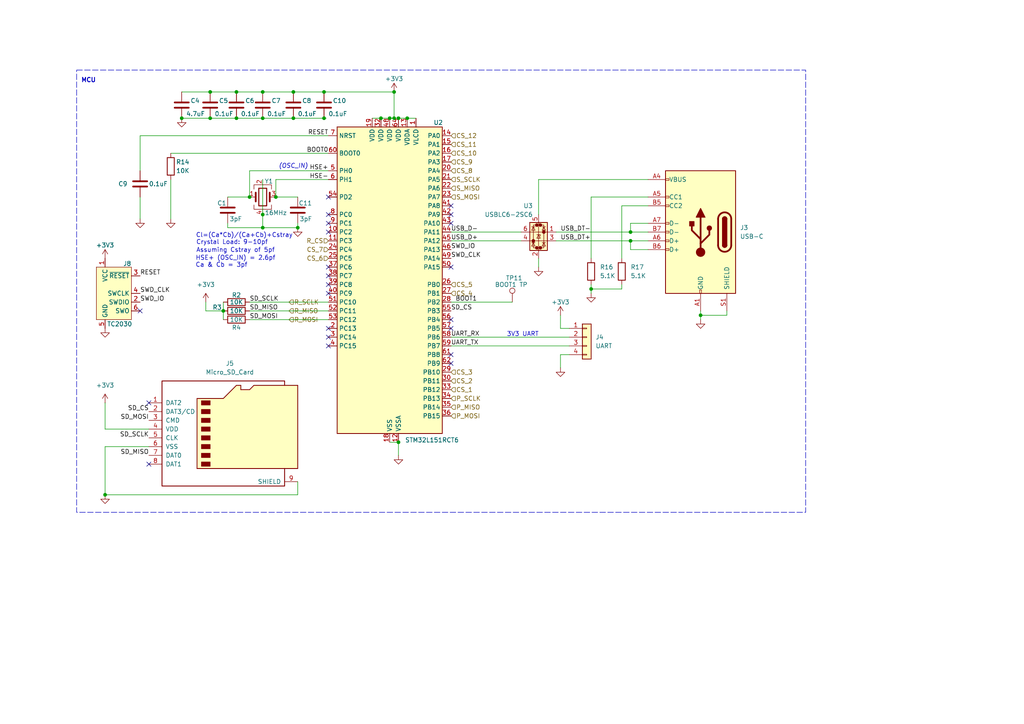
<source format=kicad_sch>
(kicad_sch (version 20231120) (generator "eeschema") (generator_version "8.0")
  (paper "A4")
  (title_block (title "Node") (date "2024-02-29") (rev "Rev 0") (company "Husky Satellite Lab"))
  (lib_symbols
    (symbol "+3V3_1" (power) (pin_numbers hide) (pin_names (offset 0) hide)
      (property "Value" "+3V3" (at 0 3.556 0))
      (symbol "+3V3_1_0_1"
        (polyline (pts (xy -0.762 1.27) (xy 0 2.54)))
        (polyline (pts (xy 0 0) (xy 0 2.54)))
        (polyline (pts (xy 0 2.54) (xy 0.762 1.27)))
      )
      (symbol "+3V3_1_1_1"
        (pin power_in line (at 0 0 90) (length 0) (name "~") (number "1"))
      )
    )
    (symbol "+3V3_2" (power) (pin_numbers hide) (pin_names (offset 0) hide)
      (property "Value" "+3V3" (at 0 3.556 0))
      (symbol "+3V3_2_0_1"
        (polyline (pts (xy -0.762 1.27) (xy 0 2.54)))
        (polyline (pts (xy 0 0) (xy 0 2.54)))
        (polyline (pts (xy 0 2.54) (xy 0.762 1.27)))
      )
      (symbol "+3V3_2_1_1"
        (pin power_in line (at 0 0 90) (length 0) (name "~") (number "1"))
      )
    )
    (symbol "Connector:Conn_ARM_SWD_TagConnect_TC2030" (in_bom no)
      (property "Reference" "J" (at 2.54 11.43 0))
      (property "Value" "Conn_ARM_SWD_TagConnect_TC2030" (at 5.08 8.89 0))
      (symbol "Conn_ARM_SWD_TagConnect_TC2030_0_0"
        (pin power_in line (at -2.54 10.16 270) (length 2.54) (name "VCC") (number "1"))
        (pin bidirectional line (at 7.62 -2.54 180) (length 2.54) (name "SWDIO") (number "2"))
        (pin open_collector line (at 7.62 5.08 180) (length 2.54) (name "~{RESET}") (number "3"))
        (pin output line (at 7.62 0 180) (length 2.54) (name "SWCLK") (number "4"))
        (pin power_in line (at -2.54 -10.16 90) (length 2.54) (name "GND") (number "5"))
        (pin input line (at 7.62 -5.08 180) (length 2.54) (name "SWO") (number "6"))
      )
      (symbol "Conn_ARM_SWD_TagConnect_TC2030_0_1"
        (rectangle (start -5.08 7.62) (end 5.08 -7.62) (fill (type background)))
      )
    )
    (symbol "Connector:Micro_SD_Card" (pin_names (offset 1.016))
      (property "Reference" "J" (at -16.51 15.24 0))
      (property "Value" "Micro_SD_Card" (at 16.51 15.24 0))
      (symbol "Micro_SD_Card_0_1"
        (rectangle (start -7.62 -9.525) (end -5.08 -10.795) (fill (type outline)))
        (rectangle (start -7.62 -6.985) (end -5.08 -8.255) (fill (type outline)))
        (rectangle (start -7.62 -4.445) (end -5.08 -5.715) (fill (type outline)))
        (rectangle (start -7.62 -1.905) (end -5.08 -3.175) (fill (type outline)))
        (rectangle (start -7.62 0.635) (end -5.08 -0.635) (fill (type outline)))
        (rectangle (start -7.62 3.175) (end -5.08 1.905) (fill (type outline)))
        (rectangle (start -7.62 5.715) (end -5.08 4.445) (fill (type outline)))
        (rectangle (start -7.62 8.255) (end -5.08 6.985) (fill (type outline)))
        (polyline (pts (xy 16.51 12.7) (xy 16.51 13.97) (xy -19.05 13.97) (xy -19.05 -16.51) (xy 16.51 -16.51) (xy 16.51 -11.43)) (stroke (width 0.254)))
        (polyline (pts (xy -8.89 -11.43) (xy -8.89 8.89) (xy -1.27 8.89) (xy 2.54 12.7) (xy 3.81 12.7) (xy 3.81 11.43) (xy 6.35 11.43) (xy 7.62 12.7) (xy 20.32 12.7) (xy 20.32 -11.43) (xy -8.89 -11.43)) (stroke (width 0.254)) (fill (type background)))
      )
      (symbol "Micro_SD_Card_1_1"
        (pin bidirectional line (at -22.86 7.62 0) (length 3.81) (name "DAT2") (number "1"))
        (pin bidirectional line (at -22.86 5.08 0) (length 3.81) (name "DAT3/CD") (number "2"))
        (pin input line (at -22.86 2.54 0) (length 3.81) (name "CMD") (number "3"))
        (pin power_in line (at -22.86 0 0) (length 3.81) (name "VDD") (number "4"))
        (pin input line (at -22.86 -2.54 0) (length 3.81) (name "CLK") (number "5"))
        (pin power_in line (at -22.86 -5.08 0) (length 3.81) (name "VSS") (number "6"))
        (pin bidirectional line (at -22.86 -7.62 0) (length 3.81) (name "DAT0") (number "7"))
        (pin bidirectional line (at -22.86 -10.16 0) (length 3.81) (name "DAT1") (number "8"))
        (pin passive line (at 20.32 -15.24 180) (length 3.81) (name "SHIELD") (number "9"))
      )
    )
    (symbol "Connector:TestPoint" (pin_numbers hide) (pin_names (offset 0.762) hide)
      (property "Reference" "TP" (at 0 6.858 0))
      (property "Value" "TestPoint" (at 0 5.08 0))
      (symbol "TestPoint_0_1"
        (circle (center 0 3.302) (radius 0.762))
      )
      (symbol "TestPoint_1_1"
        (pin passive line (at 0 0 90) (length 2.54) (name "1") (number "1"))
      )
    )
    (symbol "Connector:USB_C_Receptacle_USB2.0_14P" (pin_names (offset 1.016))
      (property "Reference" "J" (at 0 22.225 0))
      (property "Value" "USB_C_Receptacle_USB2.0_14P" (at 0 19.685 0))
      (symbol "USB_C_Receptacle_USB2.0_14P_0_0"
        (rectangle (start -0.254 -17.78) (end 0.254 -16.764))
        (rectangle (start 10.16 -4.826) (end 9.144 -5.334))
        (rectangle (start 10.16 -2.286) (end 9.144 -2.794))
        (rectangle (start 10.16 0.254) (end 9.144 -0.254))
        (rectangle (start 10.16 2.794) (end 9.144 2.286))
        (rectangle (start 10.16 7.874) (end 9.144 7.366))
        (rectangle (start 10.16 10.414) (end 9.144 9.906))
        (rectangle (start 10.16 15.494) (end 9.144 14.986))
      )
      (symbol "USB_C_Receptacle_USB2.0_14P_0_1"
        (rectangle (start -10.16 17.78) (end 10.16 -17.78) (stroke (width 0.254)) (fill (type background)))
        (arc (start -8.89 -3.81) (mid -6.985 -5.7067) (end -5.08 -3.81) (stroke (width 0.508)))
        (arc (start -7.62 -3.81) (mid -6.985 -4.4423) (end -6.35 -3.81) (stroke (width 0.254)))
        (arc (start -7.62 -3.81) (mid -6.985 -4.4423) (end -6.35 -3.81) (stroke (width 0.254)) (fill (type outline)))
        (rectangle (start -7.62 -3.81) (end -6.35 3.81) (stroke (width 0.254)) (fill (type outline)))
        (arc (start -6.35 3.81) (mid -6.985 4.4423) (end -7.62 3.81) (stroke (width 0.254)))
        (arc (start -6.35 3.81) (mid -6.985 4.4423) (end -7.62 3.81) (stroke (width 0.254)) (fill (type outline)))
        (arc (start -5.08 3.81) (mid -6.985 5.7067) (end -8.89 3.81) (stroke (width 0.508)))
        (circle (center -2.54 1.143) (radius 0.635) (stroke (width 0.254)) (fill (type outline)))
        (circle (center 0 -5.842) (radius 1.27) (fill (type outline)))
        (polyline (pts (xy -8.89 -3.81) (xy -8.89 3.81)) (stroke (width 0.508)))
        (polyline (pts (xy -5.08 3.81) (xy -5.08 -3.81)) (stroke (width 0.508)))
        (polyline (pts (xy 0 -5.842) (xy 0 4.318)) (stroke (width 0.508)))
        (polyline (pts (xy 0 -3.302) (xy -2.54 -0.762) (xy -2.54 0.508)) (stroke (width 0.508)))
        (polyline (pts (xy 0 -2.032) (xy 2.54 0.508) (xy 2.54 1.778)) (stroke (width 0.508)))
        (polyline (pts (xy -1.27 4.318) (xy 0 6.858) (xy 1.27 4.318) (xy -1.27 4.318)) (stroke (width 0.254)) (fill (type outline)))
        (rectangle (start 1.905 1.778) (end 3.175 3.048) (stroke (width 0.254)) (fill (type outline)))
      )
      (symbol "USB_C_Receptacle_USB2.0_14P_1_1"
        (pin passive line (at 0 -22.86 90) (length 5.08) (name "GND") (number "A1"))
        (pin passive line (at 0 -22.86 90) (length 5.08) hide (name "GND") (number "A12"))
        (pin passive line (at 15.24 15.24 180) (length 5.08) (name "VBUS") (number "A4"))
        (pin bidirectional line (at 15.24 10.16 180) (length 5.08) (name "CC1") (number "A5"))
        (pin bidirectional line (at 15.24 -2.54 180) (length 5.08) (name "D+") (number "A6"))
        (pin bidirectional line (at 15.24 2.54 180) (length 5.08) (name "D-") (number "A7"))
        (pin passive line (at 15.24 15.24 180) (length 5.08) hide (name "VBUS") (number "A9"))
        (pin passive line (at 0 -22.86 90) (length 5.08) hide (name "GND") (number "B1"))
        (pin passive line (at 0 -22.86 90) (length 5.08) hide (name "GND") (number "B12"))
        (pin passive line (at 15.24 15.24 180) (length 5.08) hide (name "VBUS") (number "B4"))
        (pin bidirectional line (at 15.24 7.62 180) (length 5.08) (name "CC2") (number "B5"))
        (pin bidirectional line (at 15.24 -5.08 180) (length 5.08) (name "D+") (number "B6"))
        (pin bidirectional line (at 15.24 0 180) (length 5.08) (name "D-") (number "B7"))
        (pin passive line (at 15.24 15.24 180) (length 5.08) hide (name "VBUS") (number "B9"))
        (pin passive line (at -7.62 -22.86 90) (length 5.08) (name "SHIELD") (number "S1"))
      )
    )
    (symbol "Connector_Generic:Conn_01x04" (pin_names (offset 1.016) hide)
      (property "Reference" "J" (at 0 5.08 0))
      (property "Value" "Conn_01x04" (at 0 -7.62 0))
      (symbol "Conn_01x04_1_1"
        (rectangle (start -1.27 -4.953) (end 0 -5.207) (stroke (width 0.1524)))
        (rectangle (start -1.27 -2.413) (end 0 -2.667) (stroke (width 0.1524)))
        (rectangle (start -1.27 0.127) (end 0 -0.127) (stroke (width 0.1524)))
        (rectangle (start -1.27 2.667) (end 0 2.413) (stroke (width 0.1524)))
        (rectangle (start -1.27 3.81) (end 1.27 -6.35) (stroke (width 0.254)) (fill (type background)))
        (pin passive line (at -5.08 2.54 0) (length 3.81) (name "Pin_1") (number "1"))
        (pin passive line (at -5.08 0 0) (length 3.81) (name "Pin_2") (number "2"))
        (pin passive line (at -5.08 -2.54 0) (length 3.81) (name "Pin_3") (number "3"))
        (pin passive line (at -5.08 -5.08 0) (length 3.81) (name "Pin_4") (number "4"))
      )
    )
    (symbol "Device:C" (pin_numbers hide) (pin_names (offset 0.254))
      (property "Reference" "C" (at 0.635 2.54 0))
      (property "Value" "C" (at 0.635 -2.54 0))
      (symbol "C_0_1"
        (polyline (pts (xy -2.032 -0.762) (xy 2.032 -0.762)) (stroke (width 0.508)))
        (polyline (pts (xy -2.032 0.762) (xy 2.032 0.762)) (stroke (width 0.508)))
      )
      (symbol "C_1_1"
        (pin passive line (at 0 3.81 270) (length 2.794) (name "~") (number "1"))
        (pin passive line (at 0 -3.81 90) (length 2.794) (name "~") (number "2"))
      )
    )
    (symbol "Device:Crystal_GND24" (pin_names (offset 1.016) hide)
      (property "Reference" "Y" (at 3.175 5.08 0))
      (property "Value" "Crystal_GND24" (at 3.175 3.175 0))
      (symbol "Crystal_GND24_0_1"
        (rectangle (start -1.143 2.54) (end 1.143 -2.54) (stroke (width 0.3048)))
        (polyline (pts (xy -2.54 0) (xy -2.032 0)))
        (polyline (pts (xy -2.032 -1.27) (xy -2.032 1.27)) (stroke (width 0.508)))
        (polyline (pts (xy 0 -3.81) (xy 0 -3.556)))
        (polyline (pts (xy 0 3.556) (xy 0 3.81)))
        (polyline (pts (xy 2.032 -1.27) (xy 2.032 1.27)) (stroke (width 0.508)))
        (polyline (pts (xy 2.032 0) (xy 2.54 0)))
        (polyline (pts (xy -2.54 -2.286) (xy -2.54 -3.556) (xy 2.54 -3.556) (xy 2.54 -2.286)))
        (polyline (pts (xy -2.54 2.286) (xy -2.54 3.556) (xy 2.54 3.556) (xy 2.54 2.286)))
      )
      (symbol "Crystal_GND24_1_1"
        (pin passive line (at -3.81 0 0) (length 1.27) (name "1") (number "1"))
        (pin passive line (at 0 5.08 270) (length 1.27) (name "2") (number "2"))
        (pin passive line (at 3.81 0 180) (length 1.27) (name "3") (number "3"))
        (pin passive line (at 0 -5.08 90) (length 1.27) (name "4") (number "4"))
      )
    )
    (symbol "Device:R" (pin_numbers hide) (pin_names (offset 0))
      (property "Reference" "R" (at 2.032 0 90))
      (property "Value" "R" (at 0 0 90))
      (symbol "R_0_1"
        (rectangle (start -1.016 -2.54) (end 1.016 2.54) (stroke (width 0.254)))
      )
      (symbol "R_1_1"
        (pin passive line (at 0 3.81 270) (length 1.27) (name "~") (number "1"))
        (pin passive line (at 0 -3.81 90) (length 1.27) (name "~") (number "2"))
      )
    )
    (symbol "MCU_ST_STM32L1:STM32L151RCTx"
      (property "Reference" "U" (at -15.24 46.99 0))
      (property "Value" "STM32L151RCTx" (at 10.16 46.99 0))
      (symbol "STM32L151RCTx_0_1"
        (rectangle (start -15.24 -43.18) (end 15.24 45.72) (stroke (width 0.254)) (fill (type background)))
      )
      (symbol "STM32L151RCTx_1_1"
        (pin power_in line (at 7.62 48.26 270) (length 2.54) (name "VLCD") (number "1"))
        (pin bidirectional line (at -17.78 15.24 0) (length 2.54) (name "PC2") (number "10"))
        (pin bidirectional line (at -17.78 12.7 0) (length 2.54) (name "PC3") (number "11"))
        (pin power_in line (at 2.54 -45.72 90) (length 2.54) (name "VSSA") (number "12"))
        (pin power_in line (at 5.08 48.26 270) (length 2.54) (name "VDDA") (number "13"))
        (pin bidirectional line (at 17.78 43.18 180) (length 2.54) (name "PA0") (number "14"))
        (pin bidirectional line (at 17.78 40.64 180) (length 2.54) (name "PA1") (number "15"))
        (pin bidirectional line (at 17.78 38.1 180) (length 2.54) (name "PA2") (number "16"))
        (pin bidirectional line (at 17.78 35.56 180) (length 2.54) (name "PA3") (number "17"))
        (pin power_in line (at 0 -45.72 90) (length 2.54) (name "VSS") (number "18"))
        (pin power_in line (at -5.08 48.26 270) (length 2.54) (name "VDD") (number "19"))
        (pin bidirectional line (at -17.78 -12.7 0) (length 2.54) (name "PC13") (number "2"))
        (pin bidirectional line (at 17.78 33.02 180) (length 2.54) (name "PA4") (number "20"))
        (pin bidirectional line (at 17.78 30.48 180) (length 2.54) (name "PA5") (number "21"))
        (pin bidirectional line (at 17.78 27.94 180) (length 2.54) (name "PA6") (number "22"))
        (pin bidirectional line (at 17.78 25.4 180) (length 2.54) (name "PA7") (number "23"))
        (pin bidirectional line (at -17.78 10.16 0) (length 2.54) (name "PC4") (number "24"))
        (pin bidirectional line (at -17.78 7.62 0) (length 2.54) (name "PC5") (number "25"))
        (pin bidirectional line (at 17.78 0 180) (length 2.54) (name "PB0") (number "26"))
        (pin bidirectional line (at 17.78 -2.54 180) (length 2.54) (name "PB1") (number "27"))
        (pin bidirectional line (at 17.78 -5.08 180) (length 2.54) (name "PB2") (number "28"))
        (pin bidirectional line (at 17.78 -25.4 180) (length 2.54) (name "PB10") (number "29"))
        (pin bidirectional line (at -17.78 -15.24 0) (length 2.54) (name "PC14") (number "3"))
        (pin bidirectional line (at 17.78 -27.94 180) (length 2.54) (name "PB11") (number "30"))
        (pin passive line (at 0 -45.72 90) (length 2.54) hide (name "VSS") (number "31"))
        (pin power_in line (at -2.54 48.26 270) (length 2.54) (name "VDD") (number "32"))
        (pin bidirectional line (at 17.78 -30.48 180) (length 2.54) (name "PB12") (number "33"))
        (pin bidirectional line (at 17.78 -33.02 180) (length 2.54) (name "PB13") (number "34"))
        (pin bidirectional line (at 17.78 -35.56 180) (length 2.54) (name "PB14") (number "35"))
        (pin bidirectional line (at 17.78 -38.1 180) (length 2.54) (name "PB15") (number "36"))
        (pin bidirectional line (at -17.78 5.08 0) (length 2.54) (name "PC6") (number "37"))
        (pin bidirectional line (at -17.78 2.54 0) (length 2.54) (name "PC7") (number "38"))
        (pin bidirectional line (at -17.78 0 0) (length 2.54) (name "PC8") (number "39"))
        (pin bidirectional line (at -17.78 -17.78 0) (length 2.54) (name "PC15") (number "4"))
        (pin bidirectional line (at -17.78 -2.54 0) (length 2.54) (name "PC9") (number "40"))
        (pin bidirectional line (at 17.78 22.86 180) (length 2.54) (name "PA8") (number "41"))
        (pin bidirectional line (at 17.78 20.32 180) (length 2.54) (name "PA9") (number "42"))
        (pin bidirectional line (at 17.78 17.78 180) (length 2.54) (name "PA10") (number "43"))
        (pin bidirectional line (at 17.78 15.24 180) (length 2.54) (name "PA11") (number "44"))
        (pin bidirectional line (at 17.78 12.7 180) (length 2.54) (name "PA12") (number "45"))
        (pin bidirectional line (at 17.78 10.16 180) (length 2.54) (name "PA13") (number "46"))
        (pin passive line (at 0 -45.72 90) (length 2.54) hide (name "VSS") (number "47"))
        (pin power_in line (at 0 48.26 270) (length 2.54) (name "VDD") (number "48"))
        (pin bidirectional line (at 17.78 7.62 180) (length 2.54) (name "PA14") (number "49"))
        (pin bidirectional line (at -17.78 33.02 0) (length 2.54) (name "PH0") (number "5"))
        (pin bidirectional line (at 17.78 5.08 180) (length 2.54) (name "PA15") (number "50"))
        (pin bidirectional line (at -17.78 -5.08 0) (length 2.54) (name "PC10") (number "51"))
        (pin bidirectional line (at -17.78 -7.62 0) (length 2.54) (name "PC11") (number "52"))
        (pin bidirectional line (at -17.78 -10.16 0) (length 2.54) (name "PC12") (number "53"))
        (pin bidirectional line (at -17.78 25.4 0) (length 2.54) (name "PD2") (number "54"))
        (pin bidirectional line (at 17.78 -7.62 180) (length 2.54) (name "PB3") (number "55"))
        (pin bidirectional line (at 17.78 -10.16 180) (length 2.54) (name "PB4") (number "56"))
        (pin bidirectional line (at 17.78 -12.7 180) (length 2.54) (name "PB5") (number "57"))
        (pin bidirectional line (at 17.78 -15.24 180) (length 2.54) (name "PB6") (number "58"))
        (pin bidirectional line (at 17.78 -17.78 180) (length 2.54) (name "PB7") (number "59"))
        (pin bidirectional line (at -17.78 30.48 0) (length 2.54) (name "PH1") (number "6"))
        (pin input line (at -17.78 38.1 0) (length 2.54) (name "BOOT0") (number "60"))
        (pin bidirectional line (at 17.78 -20.32 180) (length 2.54) (name "PB8") (number "61"))
        (pin bidirectional line (at 17.78 -22.86 180) (length 2.54) (name "PB9") (number "62"))
        (pin passive line (at 0 -45.72 90) (length 2.54) hide (name "VSS") (number "63"))
        (pin power_in line (at 2.54 48.26 270) (length 2.54) (name "VDD") (number "64"))
        (pin input line (at -17.78 43.18 0) (length 2.54) (name "NRST") (number "7"))
        (pin bidirectional line (at -17.78 20.32 0) (length 2.54) (name "PC0") (number "8"))
        (pin bidirectional line (at -17.78 17.78 0) (length 2.54) (name "PC1") (number "9"))
      )
    )
    (symbol "Power_Protection:USBLC6-2SC6" (pin_names hide)
      (property "Reference" "U" (at 0.635 5.715 0))
      (property "Value" "USBLC6-2SC6" (at 0.635 3.81 0))
      (symbol "USBLC6-2SC6_0_0"
        (circle (center -1.524 0) (radius 0.0001) (stroke (width 0.508)))
        (circle (center -0.508 -4.572) (radius 0.0001) (stroke (width 0.508)))
        (circle (center -0.508 2.032) (radius 0.0001) (stroke (width 0.508)))
        (circle (center 0.508 -4.572) (radius 0.0001) (stroke (width 0.508)))
        (circle (center 0.508 2.032) (radius 0.0001) (stroke (width 0.508)))
        (circle (center 1.524 -2.54) (radius 0.0001) (stroke (width 0.508)))
      )
      (symbol "USBLC6-2SC6_0_1"
        (polyline (pts (xy -2.54 -2.54) (xy 2.54 -2.54)))
        (polyline (pts (xy -2.54 0) (xy 2.54 0)))
        (polyline (pts (xy -2.032 -3.048) (xy -1.016 -3.048)))
        (polyline (pts (xy -1.016 1.524) (xy -2.032 1.524)))
        (polyline (pts (xy 1.016 -3.048) (xy 2.032 -3.048)))
        (polyline (pts (xy 1.016 1.524) (xy 2.032 1.524)))
        (polyline (pts (xy -0.508 -1.143) (xy -0.508 -0.762) (xy 0.508 -0.762)))
        (polyline (pts (xy -2.032 0.508) (xy -1.016 0.508) (xy -1.524 1.524) (xy -2.032 0.508)))
        (polyline (pts (xy -1.016 -4.064) (xy -2.032 -4.064) (xy -1.524 -3.048) (xy -1.016 -4.064)))
        (polyline (pts (xy 0.508 -1.778) (xy -0.508 -1.778) (xy 0 -0.762) (xy 0.508 -1.778)))
        (polyline (pts (xy 2.032 -4.064) (xy 1.016 -4.064) (xy 1.524 -3.048) (xy 2.032 -4.064)))
        (polyline (pts (xy 2.032 0.508) (xy 1.016 0.508) (xy 1.524 1.524) (xy 2.032 0.508)))
        (polyline (pts (xy 0 2.54) (xy -0.508 2.032) (xy 0.508 2.032) (xy 0 1.524) (xy 0 -4.064) (xy -0.508 -4.572) (xy 0.508 -4.572) (xy 0 -5.08)))
      )
      (symbol "USBLC6-2SC6_1_1"
        (rectangle (start -2.54 2.794) (end 2.54 -5.334) (stroke (width 0.254)) (fill (type background)))
        (polyline (pts (xy -0.508 2.032) (xy -1.524 2.032) (xy -1.524 -4.572) (xy -0.508 -4.572)))
        (polyline (pts (xy 0.508 -4.572) (xy 1.524 -4.572) (xy 1.524 2.032) (xy 0.508 2.032)))
        (pin passive line (at -5.08 0 0) (length 2.54) (name "I/O1") (number "1"))
        (pin passive line (at 0 -7.62 90) (length 2.54) (name "GND") (number "2"))
        (pin passive line (at -5.08 -2.54 0) (length 2.54) (name "I/O2") (number "3"))
        (pin passive line (at 5.08 -2.54 180) (length 2.54) (name "I/O2") (number "4"))
        (pin passive line (at 0 5.08 270) (length 2.54) (name "VBUS") (number "5"))
        (pin passive line (at 5.08 0 180) (length 2.54) (name "I/O1") (number "6"))
      )
    )
    (symbol "power:+3V3" (power) (pin_names (offset 0))
      (property "Value" "+3V3" (at 0 3.556 0))
      (symbol "+3V3_0_1"
        (polyline (pts (xy -0.762 1.27) (xy 0 2.54)))
        (polyline (pts (xy 0 0) (xy 0 2.54)))
        (polyline (pts (xy 0 2.54) (xy 0.762 1.27)))
      )
      (symbol "+3V3_1_1"
        (pin power_in line (at 0 0 90) (length 0) hide (name "+3V3") (number "1"))
      )
    )
    (symbol "power:GND" (power) (pin_names (offset 0))
      (property "Value" "GND" (at 0 -3.81 0))
      (symbol "GND_0_1"
        (polyline (pts (xy 0 0) (xy 0 -1.27) (xy 1.27 -1.27) (xy 0 -2.54) (xy -1.27 -1.27) (xy 0 -1.27)))
      )
      (symbol "GND_1_1"
        (pin power_in line (at 0 0 270) (length 0) hide (name "GND") (number "1"))
      )
    )
  )
  (junction (at 68.58 26.67))
  (junction (at 93.98 34.29))
  (junction (at 85.09 34.29))
  (junction (at 114.3 26.67))
  (junction (at 110.49 34.29))
  (junction (at 115.57 34.29))
  (junction (at 76.2 62.23))
  (junction (at 60.96 34.29))
  (junction (at 182.88 67.31))
  (junction (at 76.2 26.67))
  (junction (at 68.58 34.29))
  (junction (at 113.03 34.29))
  (junction (at 76.2 66.04))
  (junction (at 52.705 34.29))
  (junction (at 85.09 26.67))
  (junction (at 182.88 69.85))
  (junction (at 64.77 90.17))
  (junction (at 72.39 57.15))
  (junction (at 86.36 66.04))
  (junction (at 114.3 34.29))
  (junction (at 118.11 34.29))
  (junction (at 60.96 26.67))
  (junction (at 93.98 26.67))
  (junction (at 115.57 128.27))
  (junction (at 80.01 57.15))
  (junction (at 171.45 83.82))
  (junction (at 76.2 34.29))
  (junction (at 30.48 143.51))
  (junction (at 203.2 91.44))
  (no_connect (at 95.25 85.09))
  (no_connect (at 130.81 77.47))
  (no_connect (at 95.25 80.01))
  (no_connect (at 130.81 95.25))
  (no_connect (at 95.25 57.15))
  (no_connect (at 130.81 62.23))
  (no_connect (at 95.25 97.79))
  (no_connect (at 95.25 95.25))
  (no_connect (at 130.81 92.71))
  (no_connect (at 95.25 77.47))
  (no_connect (at 43.18 116.84))
  (no_connect (at 95.25 100.33))
  (no_connect (at 95.25 67.31))
  (no_connect (at 130.81 59.69))
  (no_connect (at 95.25 62.23))
  (no_connect (at 43.18 134.62))
  (no_connect (at 130.81 64.77))
  (no_connect (at 130.81 102.87))
  (no_connect (at 95.25 82.55))
  (no_connect (at 95.25 64.77))
  (no_connect (at 40.64 90.17))
  (no_connect (at 130.81 105.41))
  (wire (pts (xy 86.36 66.04) (xy 86.36 64.77)))
  (wire (pts (xy 40.64 49.53) (xy 40.64 39.37)))
  (wire (pts (xy 64.77 87.63) (xy 64.77 90.17)))
  (wire (pts (xy 80.01 57.15) (xy 80.01 52.07)))
  (wire (pts (xy 72.39 90.17) (xy 95.25 90.17)))
  (wire (pts (xy 49.53 44.45) (xy 95.25 44.45)))
  (wire (pts (xy 165.1 102.87) (xy 162.56 102.87)))
  (wire (pts (xy 43.18 124.46) (xy 30.48 124.46)))
  (wire (pts (xy 171.45 82.55) (xy 171.45 83.82)))
  (wire (pts (xy 93.98 34.29) (xy 94.615 34.29)))
  (wire (pts (xy 80.01 57.15) (xy 86.36 57.15)))
  (wire (pts (xy 76.2 66.04) (xy 86.36 66.04)))
  (wire (pts (xy 182.88 69.85) (xy 182.88 72.39)))
  (wire (pts (xy 161.29 69.85) (xy 182.88 69.85)))
  (wire (pts (xy 43.18 129.54) (xy 30.48 129.54)))
  (wire (pts (xy 86.36 143.51) (xy 86.36 139.7)))
  (wire (pts (xy 165.1 95.25) (xy 162.56 95.25)))
  (wire (pts (xy 80.01 52.07) (xy 95.25 52.07)))
  (wire (pts (xy 203.2 92.71) (xy 203.2 91.44)))
  (wire (pts (xy 180.34 74.93) (xy 180.34 59.69)))
  (wire (pts (xy 72.39 49.53) (xy 72.39 57.15)))
  (wire (pts (xy 113.03 128.27) (xy 115.57 128.27)))
  (wire (pts (xy 64.77 90.17) (xy 64.77 92.71)))
  (wire (pts (xy 130.81 67.31) (xy 151.13 67.31)))
  (wire (pts (xy 203.2 91.44) (xy 203.2 90.17)))
  (wire (pts (xy 156.21 74.93) (xy 156.21 77.47)))
  (wire (pts (xy 162.56 91.44) (xy 162.56 95.25)))
  (wire (pts (xy 182.88 72.39) (xy 187.96 72.39)))
  (wire (pts (xy 110.49 34.29) (xy 113.03 34.29)))
  (wire (pts (xy 156.21 62.23) (xy 156.21 52.07)))
  (wire (pts (xy 85.09 34.29) (xy 93.98 34.29)))
  (wire (pts (xy 68.58 34.29) (xy 76.2 34.29)))
  (wire (pts (xy 156.21 52.07) (xy 187.96 52.07)))
  (wire (pts (xy 60.96 26.67) (xy 68.58 26.67)))
  (wire (pts (xy 30.48 143.51) (xy 86.36 143.51)))
  (wire (pts (xy 171.45 74.93) (xy 171.45 57.15)))
  (wire (pts (xy 60.96 34.29) (xy 68.58 34.29)))
  (wire (pts (xy 182.88 64.77) (xy 187.96 64.77)))
  (wire (pts (xy 171.45 83.82) (xy 180.34 83.82)))
  (wire (pts (xy 114.3 34.29) (xy 115.57 34.29)))
  (wire (pts (xy 130.81 87.63) (xy 148.59 87.63)))
  (wire (pts (xy 180.34 83.82) (xy 180.34 82.55)))
  (wire (pts (xy 72.39 92.71) (xy 95.25 92.71)))
  (wire (pts (xy 114.3 26.67) (xy 114.3 34.29)))
  (wire (pts (xy 182.88 69.85) (xy 187.96 69.85)))
  (wire (pts (xy 40.64 57.15) (xy 40.64 63.5)))
  (wire (pts (xy 93.98 26.67) (xy 114.3 26.67)))
  (wire (pts (xy 76.2 26.67) (xy 85.09 26.67)))
  (wire (pts (xy 182.88 67.31) (xy 187.96 67.31)))
  (wire (pts (xy 52.705 26.67) (xy 60.96 26.67)))
  (wire (pts (xy 115.57 128.27) (xy 115.57 132.08)))
  (wire (pts (xy 203.2 91.44) (xy 210.82 91.44)))
  (wire (pts (xy 171.45 57.15) (xy 187.96 57.15)))
  (wire (pts (xy 66.04 66.04) (xy 76.2 66.04)))
  (wire (pts (xy 85.09 26.67) (xy 93.98 26.67)))
  (wire (pts (xy 68.58 26.67) (xy 76.2 26.67)))
  (wire (pts (xy 182.88 67.31) (xy 182.88 64.77)))
  (wire (pts (xy 76.2 62.23) (xy 76.2 66.04)))
  (wire (pts (xy 210.82 91.44) (xy 210.82 90.17)))
  (wire (pts (xy 52.705 34.29) (xy 60.96 34.29)))
  (wire (pts (xy 59.69 90.17) (xy 59.69 87.63)))
  (wire (pts (xy 130.81 69.85) (xy 151.13 69.85)))
  (wire (pts (xy 171.45 83.82) (xy 171.45 85.09)))
  (wire (pts (xy 64.77 90.17) (xy 59.69 90.17)))
  (wire (pts (xy 161.29 67.31) (xy 182.88 67.31)))
  (wire (pts (xy 30.48 124.46) (xy 30.48 116.84)))
  (wire (pts (xy 30.48 129.54) (xy 30.48 143.51)))
  (wire (pts (xy 76.2 34.29) (xy 85.09 34.29)))
  (wire (pts (xy 66.04 64.77) (xy 66.04 66.04)))
  (wire (pts (xy 95.25 49.53) (xy 72.39 49.53)))
  (wire (pts (xy 40.64 39.37) (xy 95.25 39.37)))
  (wire (pts (xy 76.2 52.07) (xy 76.2 62.23)))
  (wire (pts (xy 162.56 102.87) (xy 162.56 106.68)))
  (wire (pts (xy 130.81 97.79) (xy 165.1 97.79)))
  (wire (pts (xy 113.03 34.29) (xy 114.3 34.29)))
  (wire (pts (xy 115.57 34.29) (xy 118.11 34.29)))
  (wire (pts (xy 180.34 59.69) (xy 187.96 59.69)))
  (wire (pts (xy 118.11 34.29) (xy 120.65 34.29)))
  (wire (pts (xy 66.04 57.15) (xy 72.39 57.15)))
  (wire (pts (xy 49.53 52.07) (xy 49.53 63.5)))
  (wire (pts (xy 72.39 87.63) (xy 95.25 87.63)))
  (wire (pts (xy 130.81 100.33) (xy 165.1 100.33)))
  (wire (pts (xy 107.95 34.29) (xy 110.49 34.29)))
  (rectangle (start 22.225 20.32) (end 233.68 148.59) (stroke (width 0) (type dash)))
  (text "Assuming Cstray of 5pf" (at 68.326 72.644 0) (effects (font (size 1.27 1.27))))
  (text "Ca & Cb = 3pf" (at 64.262 76.962 0) (effects (font (size 1.27 1.27))))
  (text "Cl=(Ca*Cb)/(Ca+Cb)+Cstray" (at 70.866 68.326 0) (effects (font (size 1.27 1.27))))
  (text "3V3 UART" (at 151.638 97.028 0) (effects (font (size 1.27 1.27))))
  (text "HSE+ (OSC_IN) = 2.6pf" (at 68.326 74.93 0) (effects (font (size 1.27 1.27))))
  (text "(OSC_IN)" (at 85.09 48.26 0) (effects (font (size 1.27 1.27) (italic yes))))
  (text "MCU" (at 23.495 24.13 0) (effects (font (size 1.27 1.27) (thickness 0.254) (bold yes)) (justify left bottom)))
  (text "Crystal Load: 9-10pf" (at 67.31 70.358 0) (effects (font (size 1.27 1.27))))
  (label "BOOT1" (at 132.08 87.63 0))
  (label "RESET" (at 40.64 80.01 0))
  (label "SD_SCLK" (at 43.18 127 180))
  (label "SWD_CLK" (at 130.81 74.93 0))
  (label "UART_RX" (at 130.81 97.79 0))
  (label "SWD_IO" (at 130.81 72.39 0))
  (label "USB_D-" (at 130.81 67.31 0))
  (label "HSE+" (at 95.25 49.53 180))
  (label "USB_D+" (at 130.81 69.85 0))
  (label "SD_MOSI" (at 43.18 121.92 180))
  (label "BOOT0" (at 95.25 44.45 180))
  (label "USB_DT-" (at 162.56 67.31 0))
  (label "SD_CS" (at 130.81 90.17 0))
  (label "SWD_CLK" (at 40.64 85.09 0))
  (label "SD_MISO" (at 43.18 132.08 180))
  (label "SWD_IO" (at 40.64 87.63 0))
  (label "RESET" (at 95.25 39.37 180))
  (label "HSE-" (at 95.25 52.07 180))
  (label "SD_SCLK" (at 72.39 87.63 0))
  (label "USB_DT+" (at 162.56 69.85 0))
  (label "SD_MISO" (at 72.39 90.17 0))
  (label "SD_CS" (at 43.18 119.38 180))
  (label "UART_TX" (at 130.81 100.33 0))
  (label "SD_MOSI" (at 72.39 92.71 0))
  (hierarchical_label "CS_3" (shape input) (at 130.81 107.95 0))
  (hierarchical_label "CS_7" (shape input) (at 95.25 72.39 180))
  (hierarchical_label "R_MISO" (shape input) (at 83.82 90.17 0))
  (hierarchical_label "CS_9" (shape input) (at 130.81 46.99 0))
  (hierarchical_label "P_MOSI" (shape input) (at 130.81 120.65 0))
  (hierarchical_label "CS_8" (shape input) (at 130.81 49.53 0))
  (hierarchical_label "R_MOSI" (shape input) (at 83.82 92.71 0))
  (hierarchical_label "CS_1" (shape input) (at 130.81 113.03 0))
  (hierarchical_label "S_MISO" (shape input) (at 130.81 54.61 0))
  (hierarchical_label "CS_11" (shape input) (at 130.81 41.91 0))
  (hierarchical_label "S_MOSI" (shape input) (at 130.81 57.15 0))
  (hierarchical_label "CS_12" (shape input) (at 130.81 39.37 0))
  (hierarchical_label "R_SCLK" (shape input) (at 83.82 87.63 0))
  (hierarchical_label "S_SCLK" (shape input) (at 130.81 52.07 0))
  (hierarchical_label "P_MISO" (shape input) (at 130.81 118.11 0))
  (hierarchical_label "CS_5" (shape input) (at 130.81 82.55 0))
  (hierarchical_label "CS_2" (shape input) (at 130.81 110.49 0))
  (hierarchical_label "P_SCLK" (shape input) (at 130.81 115.57 0))
  (hierarchical_label "R_CS" (shape input) (at 95.25 69.85 180))
  (hierarchical_label "CS_4" (shape input) (at 130.81 85.09 0))
  (hierarchical_label "CS_10" (shape input) (at 130.81 44.45 0))
  (hierarchical_label "CS_6" (shape input) (at 95.25 74.93 180))
  (symbol (lib_id "Device:C") (at 60.96 30.48 0) (unit 1)
    (property "Reference" "C5" (at 63.5 29.21 0) (effects (justify left)))
    (property "Value" "0.1uF" (at 62.23 33.02 0) (effects (justify left)))
    (property "Footprint" "Capacitor_SMD:C_0603_1608Metric" (effects (hide yes)))
  )
  (symbol (lib_id "power:GND") (at 115.57 132.08 0) (unit 1)
    (property "Reference" "#PWR016" (effects (hide yes)))
    (property "Value" "GND" (effects (hide yes)))
  )
  (symbol (lib_id "Device:C") (at 85.09 30.48 0) (unit 1)
    (property "Reference" "C8" (at 87.63 29.21 0) (effects (justify left)))
    (property "Value" "0.1uF" (at 86.36 33.02 0) (effects (justify left)))
    (property "Footprint" "Capacitor_SMD:C_0603_1608Metric" (effects (hide yes)))
  )
  (symbol (lib_id "Device:R") (at 68.58 92.71 90) (unit 1)
    (property "Reference" "R4" (at 68.58 94.996 90))
    (property "Value" "10K" (at 68.58 92.71 90))
    (property "Description" "Resistor" (effects (hide yes)))
  )
  (symbol (lib_id "MCU_ST_STM32L1:STM32L151RCTx") (at 113.03 82.55 0) (unit 1)
    (property "Reference" "U2" (at 125.73 35.56 0) (effects (justify left)))
    (property "Value" "STM32L151RCT6" (at 117.475 127.635 0) (effects (justify left)))
    (property "Footprint" "Package_QFP:LQFP-64_10x10mm_P0.5mm" (effects (hide yes)))
    (property "Datasheet" "https://www.st.com/resource/en/datasheet/stm32l151rc.pdf" (effects (hide yes)))
    (property "Description" "256KB 32KB FLASH 51 1.8V~3.6V ARM Cortex-M3 32MHz LQFP-64" (effects (hide yes)))
    (property "LCSC" "C124721" (effects (hide yes)))
  )
  (symbol (lib_id "Device:C") (at 76.2 30.48 0) (unit 1)
    (property "Reference" "C7" (at 78.74 29.21 0) (effects (justify left)))
    (property "Value" "0.1uF" (at 77.47 33.02 0) (effects (justify left)))
    (property "Footprint" "Capacitor_SMD:C_0603_1608Metric" (effects (hide yes)))
  )
  (symbol (lib_id "power:GND") (at 49.53 63.5 0) (unit 1)
    (property "Reference" "#PWR014" (effects (hide yes)))
    (property "Value" "GND" (effects (hide yes)))
  )
  (symbol (lib_id "Device:Crystal_GND24") (at 76.2 57.15 0) (unit 1)
    (property "Reference" "Y1" (at 77.978 52.578 0))
    (property "Value" "16MHz" (at 80.01 61.722 0))
    (property "Footprint" "Crystal:Crystal_SMD_3225-4Pin_3.2x2.5mm" (effects (hide yes)))
    (property "Datasheet" "https://datasheet.lcsc.com/lcsc/2304140030_YXC-X322516MLB4SI_C13738.pdf" (effects (hide yes)))
    (property "Description" "Four pin crystal, GND on pins 2 and 4" (effects (hide yes)))
    (property "LCSC" "C13738" (effects (hide yes)))
    (property "JLCPCB" "X322516MLB4SI" (effects (hide yes)))
  )
  (symbol (lib_id "power:GND") (at 156.21 77.47 0) (unit 1)
    (property "Reference" "#PWR017" (effects (hide yes)))
    (property "Value" "GND" (effects (hide yes)))
  )
  (symbol (lib_id "Connector:TestPoint") (at 148.59 87.63 0) (unit 1)
    (property "Reference" "TP11" (at 146.685 80.645 0) (effects (justify left)))
    (property "Value" "BOOT1 TP" (at 143.51 82.55 0) (effects (justify left)))
    (property "Footprint" "TestPoint:TestPoint_Pad_D1.0mm" (effects (hide yes)))
  )
  (symbol (lib_id "Device:C") (at 40.64 53.34 0) (unit 1)
    (property "Reference" "C9" (at 34.29 53.34 0) (effects (justify left)))
    (property "Value" "0.1uF" (at 43.18 53.34 0) (effects (justify left)))
    (property "Footprint" "Capacitor_SMD:C_0603_1608Metric" (effects (hide yes)))
  )
  (symbol (lib_id "Power_Protection:USBLC6-2SC6") (at 156.21 67.31 0) (mirror y) (unit 1)
    (property "Reference" "U3" (at 154.5589 59.69 0) (effects (justify left)))
    (property "Value" "USBLC6-2SC6" (at 154.5589 62.23 0) (effects (justify left)))
    (property "Footprint" "Package_TO_SOT_SMD:SOT-23-6" (effects (hide yes)))
    (property "Datasheet" "https://datasheet.lcsc.com/lcsc/2108132230_TECH-PUBLIC-USBLC6-2SC6_C2827654.pdf" (effects (hide yes)))
    (property "Description" "Very low capacitance ESD protection diode, 2 data-line, SOT-23-6" (effects (hide yes)))
    (property "LCSC" "C2827654" (effects (hide yes)))
    (property "JLCPCB" "USBLC6-2SC6" (effects (hide yes)))
  )
  (symbol (lib_id "power:GND") (at 30.48 143.51 0) (unit 1)
    (property "Reference" "#PWR07" (effects (hide yes)))
    (property "Value" "GND" (effects (hide yes)))
  )
  (symbol (lib_id "power:GND") (at 52.705 34.29 0) (unit 1)
    (property "Reference" "#PWR010" (effects (hide yes)))
    (property "Value" "GND" (effects (hide yes)))
  )
  (symbol (lib_id "Device:R") (at 68.58 87.63 90) (unit 1)
    (property "Reference" "R2" (at 68.58 85.598 90))
    (property "Value" "10K" (at 68.58 87.63 90))
    (property "Description" "Resistor" (effects (hide yes)))
  )
  (symbol (lib_id "Connector:USB_C_Receptacle_USB2.0_14P") (at 203.2 67.31 0) (mirror y) (unit 1)
    (property "Reference" "J3" (at 214.63 66.0399 0) (effects (justify right)))
    (property "Value" "USB-C" (at 214.63 68.5799 0) (effects (justify right)))
    (property "Footprint" "Connector_USB:USB_C_Receptacle_G-Switch_GT-USB-7010ASV" (effects (hide yes)))
    (property "Datasheet" "https://datasheet.lcsc.com/lcsc/2205251630_Korean-Hroparts-Elec-TYPE-C-31-M-12_C165948.pdf" (effects (hide yes)))
    (property "Description" "USB 2.0-only 14P Type-C Receptacle connector" (effects (hide yes)))
    (property "LCSC" "C165948" (effects (hide yes)))
    (property "JLCPCB" "TYPE-C-31-M-12" (effects (hide yes)))
  )
  (symbol (lib_id "power:GND") (at 40.64 63.5 0) (unit 1)
    (property "Reference" "#PWR011" (effects (hide yes)))
    (property "Value" "GND" (effects (hide yes)))
  )
  (symbol (lib_id "Connector:Micro_SD_Card") (at 66.04 124.46 0) (unit 1)
    (property "Reference" "J5" (at 66.675 105.41 0))
    (property "Value" "Micro_SD_Card" (at 66.675 107.95 0))
    (property "Datasheet" "http://katalog.we-online.de/em/datasheet/693072010801.pdf" (effects (hide yes)))
    (property "Description" "Micro SD Card Socket" (effects (hide yes)))
  )
  (symbol (lib_id "Device:R") (at 171.45 78.74 0) (unit 1)
    (property "Reference" "R16" (at 173.99 77.4699 0) (effects (justify left)))
    (property "Value" "5.1K" (at 173.99 80.0099 0) (effects (justify left)))
    (property "Description" "Resistor" (effects (hide yes)))
  )
  (symbol (lib_id "Connector_Generic:Conn_01x04") (at 170.18 97.79 0) (unit 1)
    (property "Reference" "J4" (at 172.72 97.7899 0) (effects (justify left)))
    (property "Value" "UART" (at 172.72 100.3299 0) (effects (justify left)))
    (property "Description" "Generic connector, single row, 01x04, script generated (kicad-library-utils/schlib/autogen/connector/)" (effects (hide yes)))
  )
  (symbol (lib_id "power:GND") (at 162.56 106.68 0) (unit 1)
    (property "Reference" "#PWR018" (effects (hide yes)))
    (property "Value" "GND" (effects (hide yes)))
  )
  (symbol (lib_id "Device:R") (at 68.58 90.17 90) (unit 1)
    (property "Reference" "R3" (at 62.992 89.154 90))
    (property "Value" "10K" (at 68.58 90.17 90))
    (property "Description" "Resistor" (effects (hide yes)))
  )
  (symbol (lib_id "Connector:Conn_ARM_SWD_TagConnect_TC2030") (at 33.02 85.09 0) (unit 1) (in_bom no)
    (property "Reference" "J8" (at 38.1 76.454 0) (effects (justify right)))
    (property "Value" "TC2030" (at 38.354 93.98 0) (effects (justify right)))
    (property "Footprint" "Connector:Tag-Connect_TC2030-IDC-FP_2x03_P1.27mm_Vertical" (effects (hide yes)))
    (property "Datasheet" "https://www.tag-connect.com/wp-content/uploads/bsk-pdf-manager/TC2030-CTX_1.pdf" (effects (hide yes)))
    (property "Description" "Tag-Connect ARM Cortex SWD JTAG connector, 6 pin" (effects (hide yes)))
  )
  (symbol (lib_id "power:GND") (at 86.36 66.04 0) (unit 1)
    (property "Reference" "#PWR01" (effects (hide yes)))
    (property "Value" "GND" (effects (hide yes)))
  )
  (symbol (lib_id "power:GND") (at 203.2 92.71 0) (unit 1)
    (property "Reference" "#PWR02" (effects (hide yes)))
    (property "Value" "GND" (effects (hide yes)))
  )
  (symbol (lib_id "Device:R") (at 49.53 48.26 0) (unit 1)
    (property "Reference" "R14" (at 51.054 46.99 0) (effects (justify left)))
    (property "Value" "10K" (at 51.054 49.53 0) (effects (justify left)))
    (property "Description" "Resistor" (effects (hide yes)))
  )
  (symbol (lib_id "power:GND") (at 171.45 85.09 0) (unit 1)
    (property "Reference" "#PWR08" (effects (hide yes)))
    (property "Value" "GND" (effects (hide yes)))
  )
  (symbol (lib_id "Device:C") (at 93.98 30.48 0) (unit 1)
    (property "Reference" "C10" (at 96.52 29.21 0) (effects (justify left)))
    (property "Value" "0.1uF" (at 95.25 33.02 0) (effects (justify left)))
    (property "Footprint" "Capacitor_SMD:C_0603_1608Metric" (effects (hide yes)))
  )
  (symbol (lib_id "power:+3V3") (at 30.48 74.93 0) (unit 1)
    (property "Reference" "#PWR09" (effects (hide yes)))
    (property "Value" "+3V3" (at 30.48 71.12 0))
  )
  (symbol (lib_id "Device:R") (at 180.34 78.74 0) (unit 1)
    (property "Reference" "R17" (at 182.88 77.4699 0) (effects (justify left)))
    (property "Value" "5.1K" (at 182.88 80.0099 0) (effects (justify left)))
    (property "Description" "Resistor" (effects (hide yes)))
  )
  (symbol (lib_name "+3V3_1") (lib_id "power:+3V3") (at 59.69 87.63 0) (unit 1)
    (property "Reference" "#PWR05" (effects (hide yes)))
    (property "Value" "+3V3" (at 59.69 82.55 0))
    (property "Description" "Power symbol creates a global label with name \"+3V3\"" (effects (hide yes)))
  )
  (symbol (lib_id "power:GND") (at 30.48 95.25 0) (unit 1)
    (property "Reference" "#PWR012" (effects (hide yes)))
    (property "Value" "GND" (effects (hide yes)))
  )
  (symbol (lib_id "Device:C") (at 66.04 60.96 0) (unit 1)
    (property "Reference" "C1" (at 62.992 58.928 0) (effects (justify left)))
    (property "Value" "3pF" (at 66.548 63.5 0) (effects (justify left)))
    (property "Footprint" "Capacitor_SMD:C_0603_1608Metric" (effects (hide yes)))
    (property "Datasheet" "https://datasheet.lcsc.com/lcsc/2304140030_FH--Guangdong-Fenghua-Advanced-Tech-0603CG3R0C500NT_C46219.pdf" (effects (hide yes)))
    (property "Description" "Unpolarized capacitor" (effects (hide yes)))
    (property "LCSC" "C46219" (effects (hide yes)))
    (property "JLCPCB" "0603CG3R0C500NT" (effects (hide yes)))
  )
  (symbol (lib_id "Device:C") (at 86.36 60.96 0) (unit 1)
    (property "Reference" "C11" (at 86.614 58.928 0) (effects (justify left)))
    (property "Value" "3pF" (at 86.868 63.5 0) (effects (justify left)))
    (property "Footprint" "Capacitor_SMD:C_0603_1608Metric" (effects (hide yes)))
    (property "Datasheet" "https://datasheet.lcsc.com/lcsc/2304140030_FH--Guangdong-Fenghua-Advanced-Tech-0603CG3R0C500NT_C46219.pdf" (effects (hide yes)))
    (property "Description" "Unpolarized capacitor" (effects (hide yes)))
    (property "LCSC" "C46219" (effects (hide yes)))
    (property "JLCPCB" "0603CG3R0C500NT" (effects (hide yes)))
  )
  (symbol (lib_id "Device:C") (at 68.58 30.48 0) (unit 1)
    (property "Reference" "C6" (at 71.12 29.21 0) (effects (justify left)))
    (property "Value" "0.1uF" (at 69.85 33.02 0) (effects (justify left)))
    (property "Footprint" "Capacitor_SMD:C_0603_1608Metric" (effects (hide yes)))
  )
  (symbol (lib_name "+3V3_2") (lib_id "power:+3V3") (at 30.48 116.84 0) (unit 1)
    (property "Reference" "#PWR013" (effects (hide yes)))
    (property "Value" "+3V3" (at 30.48 111.76 0))
    (property "Description" "Power symbol creates a global label with name \"+3V3\"" (effects (hide yes)))
  )
  (symbol (lib_id "power:+3V3") (at 114.3 26.67 0) (unit 1)
    (property "Reference" "#PWR015" (effects (hide yes)))
    (property "Value" "+3V3" (at 114.3 22.86 0))
  )
  (symbol (lib_id "Device:C") (at 52.705 30.48 0) (unit 1)
    (property "Reference" "C4" (at 55.245 29.21 0) (effects (justify left)))
    (property "Value" "4.7uF" (at 53.975 33.02 0) (effects (justify left)))
    (property "Footprint" "Capacitor_SMD:C_0603_1608Metric" (effects (hide yes)))
  )
  (symbol (lib_id "power:+3V3") (at 162.56 91.44 0) (unit 1)
    (property "Reference" "#PWR019" (effects (hide yes)))
    (property "Value" "+3V3" (at 162.56 87.63 0))
  )
)
</source>
